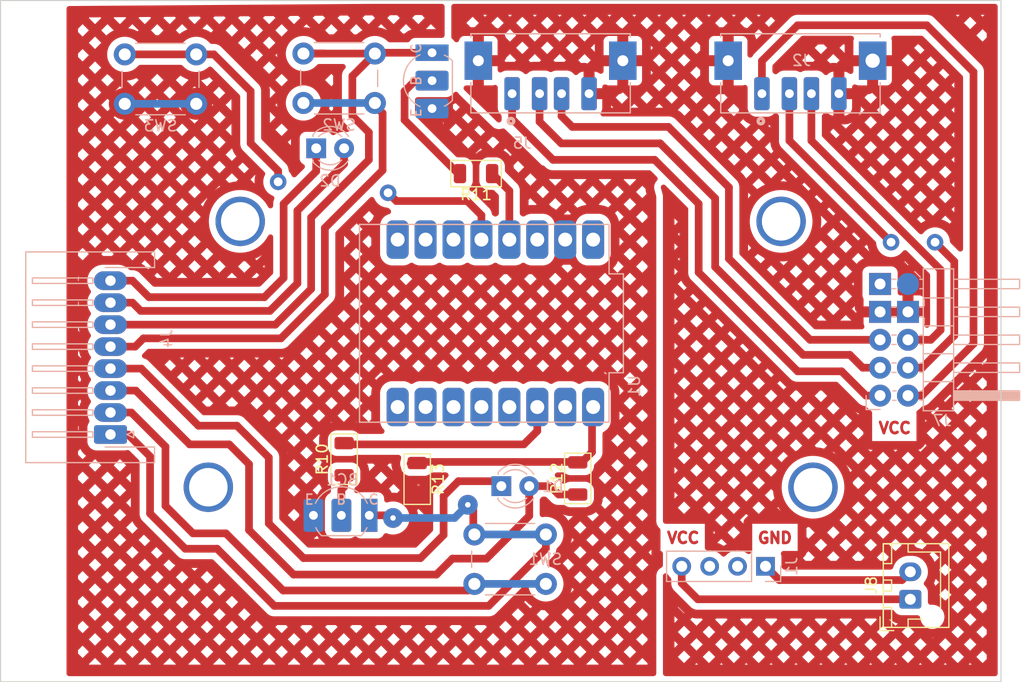
<source format=kicad_pcb>
(kicad_pcb (version 20241229) (generator "pcbnew") (generator_version "9.0")
  (layers (0 "F.Cu" signal) (2 "B.Cu" signal) (13 "F.Paste" user) (15 "B.Paste" user) (5 "F.SilkS" user "F.Silkscreen") (7 "B.SilkS" user "B.Silkscreen") (1 "F.Mask" user) (3 "B.Mask" user) (25 "Edge.Cuts" user))
  (net 0 "")
  (net 1 "GND")
  (net 2 "GND_ESP")
  (net 3 "FP_PW_B+")
  (net 4 "FP_RST_B+")
  (net 5 "VCC_2")
  (net 6 "FP_PW_L-")
  (net 7 "Net-(BC1-B)")
  (net 8 "FP_PW_L+")
  (net 9 "Net-(BC2-B)")
  (net 10 "FP_HDD_L-")
  (net 11 "FP_HDD_L+")
  (net 14 "PSU+")
  (net 15 "PSU-")
  (net 16 "DATA_1-")
  (net 17 "DATA_1+")
  (net 18 "VCC_1")
  (net 19 "FP_PW_B-")
  (net 20 "FP_RST_B-")
  (net 21 "DATA_2+")
  (net 22 "DATA_2-")
  (net 23 "GPIO7")
  (net 24 "GPIO4")
  (net 25 "GPIO5")
  (net 26 "GPIO3")
  (footprint "PCM_Resistor_SMD_AKL:R_1206_3216Metric" (layer "F.Cu") (at 140.9 102.5625 -90)
    (property "Reference" "R13" (at 0 -1.905 90) (layer "F.SilkS"))
    (property "Value" "R_10kOm" (hide yes))
    (fp_line (start -2.3 1.2) (end 2.3 1.2) (stroke (width 0.12)) (layer "F.SilkS"))
    (fp_line (start 2.3 1.2) (end 2.3 -1.2) (stroke (width 0.12)) (layer "F.SilkS"))
    (fp_line (start -2.3 -1.2) (end -2.3 1.2) (stroke (width 0.12)) (layer "F.SilkS"))
    (fp_line (start 2.3 -1.2) (end -2.3 -1.2) (stroke (width 0.12)) (layer "F.SilkS"))
    (pad "1" smd roundrect (at -1.4625 0 270) (size 1.125 1.75) (layers "F.Cu" "F.Mask" "F.Paste") (roundrect_rratio 0.222222) (net 25 "GPIO5"))
    (pad "2" smd roundrect (at 1.4625 0 270) (size 1.125 1.75) (layers "F.Cu" "F.Mask" "F.Paste") (roundrect_rratio 0.222222) (net 2 "GND_ESP"))
  )
  (footprint "Connector_JST:JST_XH_B2B-XH-AM_1x02_P2.50mm_Vertical" (layer "F.Cu") (at 185.75 113.5 90)
    (property "Reference" "J8" (at 1.25 -3.55 90) (layer "F.SilkS"))
    (property "Value" "Conn_01x02_Pin")
    (fp_line (start -1.6 -2.75) (end -2.85 -2.75) (stroke (width 0.12)) (layer "F.SilkS"))
    (fp_line (start -2.85 -2.75) (end -2.85 -1.5) (stroke (width 0.12)) (layer "F.SilkS"))
    (fp_line (start 5.06 -2.46) (end -2.56 -2.46) (stroke (width 0.12)) (layer "F.SilkS"))
    (fp_line (start -2.56 -2.46) (end -2.56 3.51) (stroke (width 0.12)) (layer "F.SilkS"))
    (fp_line (start 5.05 -2.45) (end 3.25 -2.45) (stroke (width 0.12)) (layer "F.SilkS"))
    (fp_line (start 3.25 -2.45) (end 3.25 -1.7) (stroke (width 0.12)) (layer "F.SilkS"))
    (fp_line (start 1.75 -2.45) (end 0.75 -2.45) (stroke (width 0.12)) (layer "F.SilkS"))
    (fp_line (start 0.75 -2.45) (end 0.75 -1.7) (stroke (width 0.12)) (layer "F.SilkS"))
    (fp_line (start -0.75 -2.45) (end -2.55 -2.45) (stroke (width 0.12)) (layer "F.SilkS"))
    (fp_line (start -2.55 -2.45) (end -2.55 -1.7) (stroke (width 0.12)) (layer "F.SilkS"))
    (fp_line (start 5.05 -1.7) (end 5.05 -2.45) (stroke (width 0.12)) (layer "F.SilkS"))
    (fp_line (start 3.25 -1.7) (end 5.05 -1.7) (stroke (width 0.12)) (layer "F.SilkS"))
    (fp_line (start 1.75 -1.7) (end 1.75 -2.45) (stroke (width 0.12)) (layer "F.SilkS"))
    (fp_line (start 0.75 -1.7) (end 1.75 -1.7) (stroke (width 0.12)) (layer "F.SilkS"))
    (fp_line (start -0.75 -1.7) (end -0.75 -2.45) (stroke (width 0.12)) (layer "F.SilkS"))
    (fp_line (start -2.55 -1.7) (end -0.75 -1.7) (stroke (width 0.12)) (layer "F.SilkS"))
    (fp_line (start 5.05 -0.2) (end 4.3 -0.2) (stroke (width 0.12)) (layer "F.SilkS"))
    (fp_line (start 4.3 -0.2) (end 4.3 2.75) (stroke (width 0.12)) (layer "F.SilkS"))
    (fp_line (start -1.8 -0.2) (end -1.8 1.14) (stroke (width 0.12)) (layer "F.SilkS"))
    (fp_line (start -2.55 -0.2) (end -1.8 -0.2) (stroke (width 0.12)) (layer "F.SilkS"))
    (fp_line (start 4.3 2.75) (end 1.25 2.75) (stroke (width 0.12)) (layer "F.SilkS"))
    (fp_line (start 1.25 2.75) (end -0.74 2.75) (stroke (width 0.12)) (layer "F.SilkS"))
    (fp_line (start 5.06 3.51) (end 5.06 -2.46) (stroke (width 0.12)) (layer "F.SilkS"))
    (fp_line (start -2.56 3.51) (end 5.06 3.51) (stroke (width 0.12)) (layer "F.SilkS"))
    (pad "" np_thru_hole circle (at -1.6 2 90) (size 1.2 1.2) (drill 1.2) (layers "*.Cu" "*.Mask"))
    (pad "1" thru_hole roundrect (at 0 0 90) (size 1.7 2) (drill 1) (layers "*.Cu" "*.Mask") (roundrect_rratio 0.147059) (net 14 "PSU+"))
    (pad "2" thru_hole oval (at 2.5 0 90) (size 1.7 2) (drill 1) (layers "*.Cu" "*.Mask") (net 15 "PSU-"))
  )
  (footprint "PCM_Resistor_SMD_AKL:R_1206_3216Metric" (layer "F.Cu") (at 155.5 102.5 90)
    (property "Reference" "R12" (at 0 -1.905 90) (layer "F.SilkS"))
    (property "Value" "R_10kOm" (hide yes))
    (fp_line (start 2.3 -1.2) (end -2.3 -1.2) (stroke (width 0.12)) (layer "F.SilkS"))
    (fp_line (start -2.3 -1.2) (end -2.3 1.2) (stroke (width 0.12)) (layer "F.SilkS"))
    (fp_line (start 2.3 1.2) (end 2.3 -1.2) (stroke (width 0.12)) (layer "F.SilkS"))
    (fp_line (start -2.3 1.2) (end 2.3 1.2) (stroke (width 0.12)) (layer "F.SilkS"))
    (pad "1" smd roundrect (at -1.4625 0 90) (size 1.125 1.75) (layers "F.Cu" "F.Mask" "F.Paste") (roundrect_rratio 0.222222) (net 8 "FP_PW_L+"))
    (pad "2" smd roundrect (at 1.4625 0 90) (size 1.125 1.75) (layers "F.Cu" "F.Mask" "F.Paste") (roundrect_rratio 0.222222) (net 25 "GPIO5"))
  )
  (footprint "PCM_Resistor_SMD_AKL:R_1206_3216Metric" (layer "F.Cu") (at 146.25 74.75 180)
    (property "Reference" "R11" (at 0 -1.905 0) (layer "F.SilkS"))
    (property "Value" "R_1kOm" (hide yes))
    (fp_line (start 2.3 1.2) (end 2.3 -1.2) (stroke (width 0.12)) (layer "F.SilkS"))
    (fp_line (start 2.3 -1.2) (end -2.3 -1.2) (stroke (width 0.12)) (layer "F.SilkS"))
    (fp_line (start -2.3 1.2) (end 2.3 1.2) (stroke (width 0.12)) (layer "F.SilkS"))
    (fp_line (start -2.3 -1.2) (end -2.3 1.2) (stroke (width 0.12)) (layer "F.SilkS"))
    (pad "1" smd roundrect (at -1.4625 0 180) (size 1.125 1.75) (layers "F.Cu" "F.Mask" "F.Paste") (roundrect_rratio 0.222222) (net 24 "GPIO4"))
    (pad "2" smd roundrect (at 1.4625 0 180) (size 1.125 1.75) (layers "F.Cu" "F.Mask" "F.Paste") (roundrect_rratio 0.222222) (net 9 "Net-(BC2-B)"))
  )
  (footprint "PCM_Resistor_SMD_AKL:R_1206_3216Metric" (layer "F.Cu") (at 134.25 100.75 -90)
    (property "Reference" "R10" (at 0 2 90) (layer "F.SilkS"))
    (property "Value" "R_1kOm" (hide yes))
    (fp_line (start -2.3 1.2) (end 2.3 1.2) (stroke (width 0.12)) (layer "F.SilkS"))
    (fp_line (start 2.3 1.2) (end 2.3 -1.2) (stroke (width 0.12)) (layer "F.SilkS"))
    (fp_line (start -2.3 -1.2) (end -2.3 1.2) (stroke (width 0.12)) (layer "F.SilkS"))
    (fp_line (start 2.3 -1.2) (end -2.3 -1.2) (stroke (width 0.12)) (layer "F.SilkS"))
    (pad "1" smd roundrect (at -1.4625 0 270) (size 1.125 1.75) (layers "F.Cu" "F.Mask" "F.Paste") (roundrect_rratio 0.222222) (net 23 "GPIO7"))
    (pad "2" smd roundrect (at 1.4625 0 270) (size 1.125 1.75) (layers "F.Cu" "F.Mask" "F.Paste") (roundrect_rratio 0.222222) (net 7 "Net-(BC1-B)"))
  )
  (footprint "ESP32-C3_SUPERMINI_TH:MODULE_ESP32-C3_SUPERMINI" (layer "B.Cu") (at 147 88.38 90)
    (property "Reference" "U1" (at -5.715 13.6525 90) (layer "B.SilkS") (effects (justify mirror)))
    (property "Value" "ESP32-C3_SUPERMINI_TH")
    (fp_line (start 9 -11.35) (end -9 -11.35) (stroke (width 0.127)) (layer "B.SilkS"))
    (fp_line (start 9 -11.35) (end 9 11.35) (stroke (width 0.127)) (layer "B.SilkS"))
    (fp_line (start -9 -11.35) (end -9 11.35) (stroke (width 0.127)) (layer "B.SilkS"))
    (fp_line (start 9 11.35) (end 4.5 11.35) (stroke (width 0.127)) (layer "B.SilkS"))
    (fp_line (start -4.5 11.35) (end -9 11.35) (stroke (width 0.127)) (layer "B.SilkS"))
    (fp_line (start 4.5 12.65) (end 4.5 11.35) (stroke (width 0.127)) (layer "B.SilkS"))
    (fp_line (start 4.5 12.65) (end -4.5 12.65) (stroke (width 0.127)) (layer "B.SilkS"))
    (fp_line (start -4.5 12.65) (end -4.5 11.35) (stroke (width 0.127)) (layer "B.SilkS"))
    (pad "0" thru_hole roundrect (at 7.62 -7.88 90) (size 3.5 2) (drill 1.27) (layers "*.Cu" "*.Mask") (roundrect_rratio 0.2624671916))
    (pad "1" thru_hole roundrect (at 7.62 -5.34 90) (size 3.5 2) (drill 1.27) (layers "*.Cu" "*.Mask") (roundrect_rratio 0.2624671916))
    (pad "2" thru_hole roundrect (at 7.62 -2.8 90) (size 3.5 2) (drill 1.27) (layers "*.Cu" "*.Mask") (roundrect_rratio 0.2624671916))
    (pad "3" thru_hole roundrect (at 7.62 -0.26 90) (size 3.5 2) (drill 1.27) (layers "*.Cu" "*.Mask") (roundrect_rratio 0.2624671916) (net 26 "GPIO3"))
    (pad "3.3" thru_hole roundrect (at 7.62 4.82 90) (size 3.5 2) (drill 1.27) (layers "*.Cu" "*.Mask") (roundrect_rratio 0.2624671916))
    (pad "4" thru_hole roundrect (at 7.62 2.28 90) (size 3.5 2) (drill 1.27) (layers "*.Cu" "*.Mask") (roundrect_rratio 0.2624671916) (net 24 "GPIO4"))
    (pad "5" thru_hole roundrect (at -7.62 9.9 90) (size 3.5 2) (drill 1.27) (layers "*.Cu" "*.Mask") (roundrect_rratio 0.2624671916) (net 25 "GPIO5"))
    (pad "5V" thru_hole roundrect (at 7.62 9.9 90) (size 3.5 2) (drill 1.27) (layers "*.Cu" "*.Mask") (roundrect_rratio 0.2624671916))
    (pad "6" thru_hole roundrect (at -7.62 7.36 90) (size 3.5 2) (drill 1.27) (layers "*.Cu" "*.Mask") (roundrect_rratio 0.2624671916))
    (pad "7" thru_hole roundrect (at -7.62 4.82 90) (size 3.5 2) (drill 1.27) (layers "*.Cu" "*.Mask") (roundrect_rratio 0.2624671916) (net 23 "GPIO7"))
    (pad "8" thru_hole roundrect (at -7.62 2.28 90) (size 3.5 2) (drill 1.27) (layers "*.Cu" "*.Mask") (roundrect_rratio 0.2624671916))
    (pad "9" thru_hole roundrect (at -7.62 -0.26 90) (size 3.5 2) (drill 1.27) (layers "*.Cu" "*.Mask") (roundrect_rratio 0.2624671916))
    (pad "10" thru_hole roundrect (at -7.62 -2.8 90) (size 3.5 2) (drill 1.27) (layers "*.Cu" "*.Mask") (roundrect_rratio 0.2624671916))
    (pad "20" thru_hole roundrect (at -7.62 -5.34 90) (size 3.5 2) (drill 1.27) (layers "*.Cu" "*.Mask") (roundrect_rratio 0.2624671916))
    (pad "21" thru_hole roundrect (at -7.62 -7.88 90) (size 3.5 2) (drill 1.27) (layers "*.Cu" "*.Mask") (roundrect_rratio 0.2624671916))
    (pad "G" thru_hole roundrect (at 7.62 7.36 90) (size 3.5 2) (drill 1.27) (layers "*.Cu" "*.Mask") (roundrect_rratio 0.2624671916) (net 2 "GND_ESP"))
  )
  (footprint "Connector_PinHeader_2.54mm:PinHeader_2x05_P2.54mm_Horizontal" (layer "B.Cu") (at 183 94.96)
    (property "Reference" "J7" (at 5.655 2.27 0) (layer "B.SilkS") (effects (justify mirror)))
    (property "Value" "PINHD_2x5_Male")
    (fp_line (start -1.27 0) (end -1.27 1.27) (stroke (width 0.12)) (layer "B.SilkS"))
    (fp_line (start -1.27 1.27) (end 0 1.27) (stroke (width 0.12)) (layer "B.SilkS"))
    (fp_line (start 1.077358 -10.59) (end 1.462642 -10.59) (stroke (width 0.12)) (layer "B.SilkS"))
    (fp_line (start 1.077358 -9.73) (end 1.462642 -9.73) (stroke (width 0.12)) (layer "B.SilkS"))
    (fp_line (start 1.077358 -8.05) (end 1.462642 -8.05) (stroke (width 0.12)) (layer "B.SilkS"))
    (fp_line (start 1.077358 -7.19) (end 1.462642 -7.19) (stroke (width 0.12)) (layer "B.SilkS"))
    (fp_line (start 1.077358 -5.51) (end 1.462642 -5.51) (stroke (width 0.12)) (layer "B.SilkS"))
    (fp_line (start 1.077358 -4.65) (end 1.462642 -4.65) (stroke (width 0.12)) (layer "B.SilkS"))
    (fp_line (start 1.077358 -2.97) (end 1.462642 -2.97) (stroke (width 0.12)) (layer "B.SilkS"))
    (fp_line (start 1.077358 -2.11) (end 1.462642 -2.11) (stroke (width 0.12)) (layer "B.SilkS"))
    (fp_line (start 1.16 -0.43) (end 1.462642 -0.43) (stroke (width 0.12)) (layer "B.SilkS"))
    (fp_line (start 1.16 0.43) (end 1.462642 0.43) (stroke (width 0.12)) (layer "B.SilkS"))
    (fp_line (start 3.617358 -10.59) (end 3.93 -10.59) (stroke (width 0.12)) (layer "B.SilkS"))
    (fp_line (start 3.617358 -9.73) (end 3.93 -9.73) (stroke (width 0.12)) (layer "B.SilkS"))
    (fp_line (start 3.617358 -8.05) (end 3.93 -8.05) (stroke (width 0.12)) (layer "B.SilkS"))
    (fp_line (start 3.617358 -7.19) (end 3.93 -7.19) (stroke (width 0.12)) (layer "B.SilkS"))
    (fp_line (start 3.617358 -5.51) (end 3.93 -5.51) (stroke (width 0.12)) (layer "B.SilkS"))
    (fp_line (start 3.617358 -4.65) (end 3.93 -4.65) (stroke (width 0.12)) (layer "B.SilkS"))
    (fp_line (start 3.617358 -2.97) (end 3.93 -2.97) (stroke (width 0.12)) (layer "B.SilkS"))
    (fp_line (start 3.617358 -2.11) (end 3.93 -2.11) (stroke (width 0.12)) (layer "B.SilkS"))
    (fp_line (start 3.617358 -0.43) (end 3.93 -0.43) (stroke (width 0.12)) (layer "B.SilkS"))
    (fp_line (start 3.617358 0.43) (end 3.93 0.43) (stroke (width 0.12)) (layer "B.SilkS"))
    (fp_line (start 3.93 -11.54) (end 6.69 -11.54) (stroke (width 0.12)) (layer "B.SilkS"))
    (fp_line (start 3.93 -8.89) (end 6.69 -8.89) (stroke (width 0.12)) (layer "B.SilkS"))
    (fp_line (start 3.93 -6.35) (end 6.69 -6.35) (stroke (width 0.12)) (layer "B.SilkS"))
    (fp_line (start 3.93 -3.81) (end 6.69 -3.81) (stroke (width 0.12)) (layer "B.SilkS"))
    (fp_line (start 3.93 -1.27) (end 6.69 -1.27) (stroke (width 0.12)) (layer "B.SilkS"))
    (fp_line (start 3.93 1.38) (end 3.93 -11.54) (stroke (width 0.12)) (layer "B.SilkS"))
    (fp_line (start 6.69 -11.54) (end 6.69 1.38) (stroke (width 0.12)) (layer "B.SilkS"))
    (fp_line (start 6.69 -9.73) (end 12.69 -9.73) (stroke (width 0.12)) (layer "B.SilkS"))
    (fp_line (start 6.69 -7.19) (end 12.69 -7.19) (stroke (width 0.12)) (layer "B.SilkS"))
    (fp_line (start 6.69 -4.65) (end 12.69 -4.65) (stroke (width 0.12)) (layer "B.SilkS"))
    (fp_line (start 6.69 -2.11) (end 12.69 -2.11) (stroke (width 0.12)) (layer "B.SilkS"))
    (fp_line (start 6.69 1.38) (end 3.93 1.38) (stroke (width 0.12)) (layer "B.SilkS"))
    (fp_line (start 12.69 -10.59) (end 6.69 -10.59) (stroke (width 0.12)) (layer "B.SilkS"))
    (fp_line (start 12.69 -9.73) (end 12.69 -10.59) (stroke (width 0.12)) (layer "B.SilkS"))
    (fp_line (start 12.69 -8.05) (end 6.69 -8.05) (stroke (width 0.12)) (layer "B.SilkS"))
    (fp_line (start 12.69 -7.19) (end 12.69 -8.05) (stroke (width 0.12)) (layer "B.SilkS"))
    (fp_line (start 12.69 -5.51) (end 6.69 -5.51) (stroke (width 0.12)) (layer "B.SilkS"))
    (fp_line (start 12.69 -4.65) (end 12.69 -5.51) (stroke (width 0.12)) (layer "B.SilkS"))
    (fp_line (start 12.69 -2.97) (end 6.69 -2.97) (stroke (width 0.12)) (layer "B.SilkS"))
    (fp_line (start 12.69 -2.11) (end 12.69 -2.97) (stroke (width 0.12)) (layer "B.SilkS"))
    (fp_rect (start 6.69 0.43) (end 12.69 -0.43) (stroke (width 0.12)) (fill yes) (layer "B.SilkS"))
    (pad "1" thru_hole circle (at 0 0) (size 2 2) (drill 1) (layers "*.Cu" "*.Mask") (net 5 "VCC_2"))
    (pad "2" thru_hole circle (at 2.54 0) (size 2 2) (drill 1) (layers "*.Cu" "*.Mask") (net 18 "VCC_1"))
    (pad "3" thru_hole circle (at 0 -2.54) (size 2 2) (drill 1) (layers "*.Cu" "*.Mask") (net 22 "DATA_2-"))
    (pad "4" thru_hole circle (at 2.54 -2.54) (size 2 2) (drill 1) (layers "*.Cu" "*.Mask") (net 16 "DATA_1-"))
    (pad "5" thru_hole circle (at 0 -5.08) (size 2 2) (drill 1) (layers "*.Cu" "*.Mask") (net 21 "DATA_2+"))
    (pad "6" thru_hole circle (at 2.54 -5.08) (size 2 2) (drill 1) (layers "*.Cu" "*.Mask") (net 17 "DATA_1+"))
    (pad "7" thru_hole rect (at 0 -7.62) (size 2 2) (drill 1) (layers "*.Cu" "*.Mask") (net 1 "GND"))
    (pad "8" thru_hole rect (at 2.54 -7.62) (size 2 2) (drill 1) (layers "*.Cu" "*.Mask") (net 1 "GND"))
    (pad "9" thru_hole rect (at 0 -10.16) (size 2 2) (drill 1) (layers "*.Cu" "*.Mask"))
    (pad "10" connect circle (at 2.54 -10.16) (size 2 2) (layers "B.Cu" "B.Mask"))
  )
  (footprint "PCM_Package_TO_SOT_THT_AKL:TO-92_Inline_Wide_CBE" (layer "B.Cu") (at 142.25 63.75 -90)
    (property "Reference" "BC2" (hide yes))
    (property "Value" "Q2" (hide yes))
    (fp_line (start 0.74 -1.85) (end 4.34 -1.85) (stroke (width 0.12)) (layer "B.SilkS"))
    (fp_arc (start 2.54 2.6) (mid 1.143021 2.192818) (end 0.1836 1.098807) (stroke (width 0.12)) (layer "B.SilkS"))
    (fp_arc (start 4.8964 1.098807) (mid 3.936979 2.192817) (end 2.54 2.6) (stroke (width 0.12)) (layer "B.SilkS"))
    (fp_arc (start 0.215816 -1.122795) (mid 0.446097 -1.509328) (end 0.74 -1.85) (stroke (width 0.12)) (layer "B.SilkS"))
    (fp_arc (start 4.34 -1.85) (mid 4.633903 -1.509328) (end 4.864184 -1.122795) (stroke (width 0.12)) (layer "B.SilkS"))
    (fp_text user "C" (at -0.381 1.524 270) (layer "B.SilkS") (effects (font (size 0.9 0.9)) (justify mirror)))
    (fp_text user "E" (at 5.461 1.524 270) (layer "B.SilkS") (effects (font (size 0.9 0.9)) (justify mirror)))
    (fp_text user "B" (at 2.54 1.524 270) (layer "B.SilkS") (effects (font (size 0.9 0.9)) (justify mirror)))
    (pad "1" thru_hole rect (at 0 0 180) (size 3 1.5) (drill 0.8) (layers "*.Cu" "*.Mask") (net 20 "FP_RST_B-"))
    (pad "2" thru_hole roundrect (at 2.54 0 180) (size 3 1.8) (drill 0.8) (layers "*.Cu" "*.Mask") (roundrect_rratio 0.1388888889) (net 9 "Net-(BC2-B)"))
    (pad "3" thru_hole roundrect (at 5.08 0 180) (size 3 1.8) (drill 0.8) (layers "*.Cu" "*.Mask") (roundrect_rratio 0.1388888889) (net 2 "GND_ESP"))
  )
  (footprint "LED_THT:LED_D3.0mm" (layer "B.Cu") (at 148.55 103.2)
    (property "Reference" "D1" (at 4.7 0.025 0) (layer "B.SilkS") (effects (justify mirror)))
    (property "Value" "LED_3mm")
    (fp_line (start -0.29 -1.08) (end -0.29 -1.236) (stroke (width 0.12)) (layer "B.SilkS"))
    (fp_line (start -0.29 1.236) (end -0.29 1.08) (stroke (width 0.12)) (layer "B.SilkS"))
    (fp_arc (start -0.29 -1.235516) (mid 1.365624 -1.987701) (end 2.941397 -1.080061) (stroke (width 0.12)) (layer "B.SilkS"))
    (fp_arc (start 0.229039 -1.08) (mid 1.269965 -1.5) (end 2.31091 -1.080049) (stroke (width 0.12)) (layer "B.SilkS"))
    (fp_arc (start 2.31091 1.080049) (mid 1.269965 1.5) (end 0.229039 1.08) (stroke (width 0.12)) (layer "B.SilkS"))
    (fp_arc (start 2.941397 1.080061) (mid 1.365624 1.987701) (end -0.29 1.235516) (stroke (width 0.12)) (layer "B.SilkS"))
    (pad "1" thru_hole rect (at 0 0) (size 1.8 1.8) (drill 0.9) (layers "*.Cu" "*.Mask") (net 6 "FP_PW_L-"))
    (pad "2" thru_hole circle (at 2.54 0) (size 1.8 1.8) (drill 0.9) (layers "*.Cu" "*.Mask") (net 8 "FP_PW_L+"))
  )
  (footprint "LED_THT:LED_D3.0mm" (layer "B.Cu") (at 131.71 72.45)
    (property "Reference" "D2" (at 1.27 2.96 0) (layer "B.SilkS") (effects (justify mirror)))
    (property "Value" "LED_3mm")
    (fp_line (start -0.29 -1.08) (end -0.29 -1.236) (stroke (width 0.12)) (layer "B.SilkS"))
    (fp_line (start -0.29 1.236) (end -0.29 1.08) (stroke (width 0.12)) (layer "B.SilkS"))
    (fp_arc (start -0.29 -1.235516) (mid 1.365624 -1.987701) (end 2.941397 -1.080061) (stroke (width 0.12)) (layer "B.SilkS"))
    (fp_arc (start 0.229039 -1.08) (mid 1.269965 -1.5) (end 2.31091 -1.080049) (stroke (width 0.12)) (layer "B.SilkS"))
    (fp_arc (start 2.31091 1.080049) (mid 1.269965 1.5) (end 0.229039 1.08) (stroke (width 0.12)) (layer "B.SilkS"))
    (fp_arc (start 2.941397 1.080061) (mid 1.365624 1.987701) (end -0.29 1.235516) (stroke (width 0.12)) (layer "B.SilkS"))
    (pad "1" thru_hole rect (at 0 0) (size 1.8 1.8) (drill 0.9) (layers "*.Cu" "*.Mask") (net 10 "FP_HDD_L-"))
    (pad "2" thru_hole circle (at 2.54 0) (size 1.8 1.8) (drill 0.9) (layers "*.Cu" "*.Mask") (net 11 "FP_HDD_L+"))
  )
  (footprint "Connector_JST:Connector_MB_FP" (layer "B.Cu") (at 111.4 98.5 90)
    (property "Reference" "J4" (at 8.75 6.7 90) (layer "B.SilkS") (effects (justify mirror)))
    (property "Value" "Conn_01x08_Pin")
    (fp_line (start 16.62 -6.11) (end 16.62 5.61) (stroke (width 0.12)) (layer "B.SilkS"))
    (fp_line (start 8.75 -6.11) (end 16.6 -6.11) (stroke (width 0.12)) (layer "B.SilkS"))
    (fp_line (start 8.75 -6.11) (end -2.56 -6.11) (stroke (width 0.12)) (layer "B.SilkS"))
    (fp_line (start -2.56 -6.11) (end -2.56 5.61) (stroke (width 0.12)) (layer "B.SilkS"))
    (fp_line (start 14.25 -5.5) (end 14.25 0) (stroke (width 0.12)) (layer "B.SilkS"))
    (fp_line (start 13.75 -5.5) (end 14.25 -5.5) (stroke (width 0.12)) (layer "B.SilkS"))
    (fp_line (start 12.25 -5.5) (end 12.25 0) (stroke (width 0.12)) (layer "B.SilkS"))
    (fp_line (start 11.75 -5.5) (end 12.25 -5.5) (stroke (width 0.12)) (layer "B.SilkS"))
    (fp_line (start 10.25 -5.5) (end 10.25 0) (stroke (width 0.12)) (layer "B.SilkS"))
    (fp_line (start 9.75 -5.5) (end 10.25 -5.5) (stroke (width 0.12)) (layer "B.SilkS"))
    (fp_line (start 8.25 -5.5) (end 8.25 0) (stroke (width 0.12)) (layer "B.SilkS"))
    (fp_line (start 7.75 -5.5) (end 8.25 -5.5) (stroke (width 0.12)) (layer "B.SilkS"))
    (fp_line (start 6.25 -5.5) (end 6.25 0) (stroke (width 0.12)) (layer "B.SilkS"))
    (fp_line (start 5.75 -5.5) (end 6.25 -5.5) (stroke (width 0.12)) (layer "B.SilkS"))
    (fp_line (start 4.25 -5.5) (end 4.25 0) (stroke (width 0.12)) (layer "B.SilkS"))
    (fp_line (start 3.75 -5.5) (end 4.25 -5.5) (stroke (width 0.12)) (layer "B.SilkS"))
    (fp_line (start 2.25 -5.5) (end 2.25 0) (stroke (width 0.12)) (layer "B.SilkS"))
    (fp_line (start 1.75 -5.5) (end 2.25 -5.5) (stroke (width 0.12)) (layer "B.SilkS"))
    (fp_line (start 0.25 -5.5) (end 0.25 0) (stroke (width 0.12)) (layer "B.SilkS"))
    (fp_line (start -0.25 -5.5) (end 0.25 -5.5) (stroke (width 0.12)) (layer "B.SilkS"))
    (fp_line (start 14.25 0) (end 13.75 0) (stroke (width 0.12)) (layer "B.SilkS"))
    (fp_line (start 13.75 0) (end 13.75 -5.5) (stroke (width 0.12)) (layer "B.SilkS"))
    (fp_line (start 12.25 0) (end 11.75 0) (stroke (width 0.12)) (layer "B.SilkS"))
    (fp_line (start 11.75 0) (end 11.75 -5.5) (stroke (width 0.12)) (layer "B.SilkS"))
    (fp_line (start 10.25 0) (end 9.75 0) (stroke (width 0.12)) (layer "B.SilkS"))
    (fp_line (start 9.75 0) (end 9.75 -5.5) (stroke (width 0.12)) (layer "B.SilkS"))
    (fp_line (start 8.25 0) (end 7.75 0) (stroke (width 0.12)) (layer "B.SilkS"))
    (fp_line (start 7.75 0) (end 7.75 -5.5) (stroke (width 0.12)) (layer "B.SilkS"))
    (fp_line (start 6.25 0) (end 5.75 0) (stroke (width 0.12)) (layer "B.SilkS"))
    (fp_line (start 5.75 0) (end 5.75 -5.5) (stroke (width 0.12)) (layer "B.SilkS"))
    (fp_line (start 4.25 0) (end 3.75 0) (stroke (width 0.12)) (layer "B.SilkS"))
    (fp_line (start 3.75 0) (end 3.75 -5.5) (stroke (width 0.12)) (layer "B.SilkS"))
    (fp_line (start 2.25 0) (end 1.75 0) (stroke (width 0.12)) (layer "B.SilkS"))
    (fp_line (start 1.75 0) (end 1.75 -5.5) (stroke (width 0.12)) (layer "B.SilkS"))
    (fp_line (start 0.25 0) (end -0.25 0) (stroke (width 0.12)) (layer "B.SilkS"))
    (fp_line (start -0.25 0) (end -0.25 -5.5) (stroke (width 0.12)) (layer "B.SilkS"))
    (fp_line (start 0 3.1) (end -0.3 3.7) (stroke (width 0.12)) (layer "B.SilkS"))
    (fp_line (start 0.3 3.7) (end 0 3.1) (stroke (width 0.12)) (layer "B.SilkS"))
    (fp_line (start -0.3 3.7) (end 0.3 3.7) (stroke (width 0.12)) (layer "B.SilkS"))
    (fp_line (start 16.62 5.61) (end 15.2 5.61) (stroke (width 0.12)) (layer "B.SilkS"))
    (fp_line (start 15.2 5.61) (end 15.2 1.11) (stroke (width 0.12)) (layer "B.SilkS"))
    (fp_line (start -1.14 5.61) (end -1.14 1.11) (stroke (width 0.12)) (layer "B.SilkS"))
    (fp_line (start -2.56 5.61) (end -1.14 5.61) (stroke (width 0.12)) (layer "B.SilkS"))
    (pad "1" thru_hole roundrect (at 0 1.6 90) (size 1.7 3) (drill 0.95) (layers "*.Cu" "*.Mask") (roundrect_rratio 0.147059) (net 3 "FP_PW_B+"))
    (pad "2" thru_hole oval (at 2 1.6 90) (size 1.7 3) (drill 0.95) (layers "*.Cu" "*.Mask") (net 19 "FP_PW_B-"))
    (pad "3" thru_hole oval (at 4 1.6 90) (size 1.7 3) (drill 0.95) (layers "*.Cu" "*.Mask") (net 8 "FP_PW_L+"))
    (pad "4" thru_hole oval (at 6 1.6 90) (size 1.7 3) (drill 0.95) (layers "*.Cu" "*.Mask") (net 6 "FP_PW_L-"))
    (pad "5" thru_hole oval (at 8 1.6 90) (size 1.7 3) (drill 0.95) (layers "*.Cu" "*.Mask") (net 4 "FP_RST_B+"))
    (pad "6" thru_hole oval (at 10 1.6 90) (size 1.7 3) (drill 0.95) (layers "*.Cu" "*.Mask") (net 20 "FP_RST_B-"))
    (pad "7" thru_hole oval (at 12 1.6 90) (size 1.7 3) (drill 0.95) (layers "*.Cu" "*.Mask") (net 11 "FP_HDD_L+"))
    (pad "8" thru_hole oval (at 14 1.6 90) (size 1.7 3) (drill 0.95) (layers "*.Cu" "*.Mask") (net 10 "FP_HDD_L-"))
  )
  (footprint "Button_Switch_THT:SW_PUSH_6mm" (layer "B.Cu") (at 130.55 68.325)
    (property "Reference" "SW2" (at 3.25 2 0) (layer "B.SilkS") (effects (justify mirror)))
    (property "Value" "Push_Button")
    (fp_line (start -0.25 -1.5) (end -0.25 -3) (stroke (width 0.12)) (layer "B.SilkS"))
    (fp_line (start 1 -5.5) (end 5.5 -5.5) (stroke (width 0.12)) (layer "B.SilkS"))
    (fp_line (start 5.5 1) (end 1 1) (stroke (width 0.12)) (layer "B.SilkS"))
    (fp_line (start 6.75 -3) (end 6.75 -1.5) (stroke (width 0.12)) (layer "B.SilkS"))
    (pad "1" thru_hole circle (at 0 0 270) (size 2 2) (drill 1.1) (layers "*.Cu" "*.Mask") (net 4 "FP_RST_B+"))
    (pad "1" thru_hole circle (at 6.5 0 90) (size 2 2) (drill 1.1) (layers "*.Cu" "*.Mask") (net 4 "FP_RST_B+"))
    (pad "2" thru_hole circle (at 0 -4.5 270) (size 2 2) (drill 1.1) (layers "*.Cu" "*.Mask") (net 20 "FP_RST_B-"))
    (pad "2" thru_hole circle (at 6.5 -4.5 270) (size 2 2) (drill 1.1) (layers "*.Cu" "*.Mask") (net 20 "FP_RST_B-"))
  )
  (footprint "USB-A1VSB6:ONSHORE_USB-A1VSB6" (layer "B.Cu") (at 153.03 64.475)
    (property "Reference" "J5" (at -2.58 7.5 0) (layer "B.SilkS") (effects (justify mirror)))
    (property "Value" "USB_2")
    (fp_line (start -7.25 -2.45) (end -7.25 -2.15) (stroke (width 0.127)) (layer "B.SilkS"))
    (fp_line (start -7.25 2) (end -7.25 4.75) (stroke (width 0.127)) (layer "B.SilkS"))
    (fp_line (start -7.25 4.75) (end 7.25 4.75) (stroke (width 0.127)) (layer "B.SilkS"))
    (fp_line (start 7.25 -2.45) (end -7.25 -2.45) (stroke (width 0.127)) (layer "B.SilkS"))
    (fp_line (start 7.25 -2.15) (end 7.25 -2.45) (stroke (width 0.127)) (layer "B.SilkS"))
    (fp_line (start 7.25 4.75) (end 7.25 2) (stroke (width 0.127)) (layer "B.SilkS"))
    (fp_circle (center -3.6 5.5) (end -3.5 5.5) (stroke (width 0.3)) (fill no) (layer "B.SilkS"))
    (pad "1" thru_hole roundrect (at -3.5 3) (size 1.4 3) (drill 0.8) (layers "*.Cu" "*.Mask") (roundrect_rratio 0.15625) (net 5 "VCC_2"))
    (pad "2" thru_hole roundrect (at -1 3) (size 1.4 3) (drill 0.8) (layers "*.Cu" "*.Mask") (roundrect_rratio 0.15625) (net 22 "DATA_2-"))
    (pad "3" thru_hole roundrect (at 1 3) (size 1.4 3) (drill 0.8) (layers "*.Cu" "*.Mask") (roundrect_rratio 0.1785714286) (net 21 "DATA_2+"))
    (pad "4" thru_hole roundrect (at 3.5 3) (size 1.4 3) (drill 0.8) (layers "*.Cu" "*.Mask") (roundrect_rratio 0.15625) (net 1 "GND"))
    (pad "S1" thru_hole rect (at -6.57 0) (size 2.5 3.5) (drill 1) (layers "*.Cu" "*.Mask") (net 1 "GND"))
    (pad "S2" thru_hole rect (at 6.57 0) (size 2.5 3.5) (drill 1) (layers "*.Cu" "*.Mask") (net 1 "GND"))
  )
  (footprint "USB-A1VSB6:ONSHORE_USB-A1VSB6" (layer "B.Cu") (at 175.755 64.475)
    (property "Reference" "J2" (at 0.095 -0.025 0) (layer "B.SilkS") (effects (justify mirror)))
    (property "Value" "USB_1")
    (fp_line (start -7.25 -2.45) (end -7.25 -2.15) (stroke (width 0.127)) (layer "B.SilkS"))
    (fp_line (start -7.25 2) (end -7.25 4.75) (stroke (width 0.127)) (layer "B.SilkS"))
    (fp_line (start -7.25 4.75) (end 7.25 4.75) (stroke (width 0.127)) (layer "B.SilkS"))
    (fp_line (start 7.25 -2.45) (end -7.25 -2.45) (stroke (width 0.127)) (layer "B.SilkS"))
    (fp_line (start 7.25 -2.15) (end 7.25 -2.45) (stroke (width 0.127)) (layer "B.SilkS"))
    (fp_line (start 7.25 4.75) (end 7.25 2) (stroke (width 0.127)) (layer "B.SilkS"))
    (fp_circle (center -3.6 5.5) (end -3.5 5.5) (stroke (width 0.3)) (fill no) (layer "B.SilkS"))
    (pad "1" thru_hole roundrect (at -3.5 3) (size 1.4 3) (drill 0.8) (layers "*.Cu" "*.Mask") (roundrect_rratio 0.175070028) (net 18 "VCC_1"))
    (pad "2" thru_hole roundrect (at -1 3) (size 1.4 3) (drill 0.8) (layers "*.Cu" "*.Mask") (roundrect_rratio 0.175070028) (net 16 "DATA_1-"))
    (pad "3" thru_hole roundrect (at 1 3) (size 1.4 3) (drill 0.8) (layers "*.Cu" "*.Mask") (roundrect_rratio 0.1666666667) (net 17 "DATA_1+"))
    (pad "4" thru_hole roundrect (at 3.5 3) (size 1.4 3) (drill 0.8) (layers "*.Cu" "*.Mask") (roundrect_rratio 0.175070028) (net 1 "GND"))
    (pad "S1" thru_hole rect (at -6.57 0) (size 2.5 3.5) (drill 1) (layers "*.Cu" "*.Mask") (net 1 "GND"))
    (pad "S2" thru_hole rect (at 6.57 0) (size 2.5 3.5) (drill 1.3) (layers "*.Cu" "*.Mask") (net 1 "GND"))
  )
  (footprint "Button_Switch_THT:SW_PUSH_6mm" (layer "B.Cu") (at 152.6 107.6 180)
    (property "Reference" "SW1" (at 0.05 -2.25 0) (layer "B.SilkS") (effects (justify mirror)))
    (property "Value" "Push_Button")
    (fp_line (start 6.75 -3) (end 6.75 -1.5) (stroke (width 0.12)) (layer "B.SilkS"))
    (fp_line (start 5.5 1) (end 1 1) (stroke (width 0.12)) (layer "B.SilkS"))
    (fp_line (start 1 -5.5) (end 5.5 -5.5) (stroke (width 0.12)) (layer "B.SilkS"))
    (fp_line (start -0.25 -1.5) (end -0.25 -3) (stroke (width 0.12)) (layer "B.SilkS"))
    (pad "1" thru_hole circle (at 0 0 90) (size 2 2) (drill 1.1) (layers "*.Cu" "*.Mask") (net 3 "FP_PW_B+"))
    (pad "1" thru_hole circle (at 6.5 0 90) (size 2 2) (drill 1.1) (layers "*.Cu" "*.Mask") (net 3 "FP_PW_B+"))
    (pad "2" thru_hole circle (at 0 -4.5 90) (size 2 2) (drill 1.1) (layers "*.Cu" "*.Mask") (net 19 "FP_PW_B-"))
    (pad "2" thru_hole circle (at 6.5 -4.5 90) (size 2 2) (drill 1.1) (layers "*.Cu" "*.Mask") (net 19 "FP_PW_B-"))
  )
  (footprint "PCM_Package_TO_SOT_THT_AKL:TO-92_Inline_Wide_CBE" (layer "B.Cu") (at 136.54 105.86 180)
    (property "Reference" "BC1" (at 2.44 3.235 0) (layer "B.SilkS") (effects (justify mirror)))
    (property "Value" "Q1" (hide yes))
    (fp_line (start 0.74 -1.85) (end 4.34 -1.85) (stroke (width 0.12)) (layer "B.SilkS"))
    (fp_arc (start 4.8964 1.098807) (mid 3.936979 2.192817) (end 2.54 2.6) (stroke (width 0.12)) (layer "B.SilkS"))
    (fp_arc (start 4.34 -1.85) (mid 4.633903 -1.509328) (end 4.864184 -1.122795) (stroke (width 0.12)) (layer "B.SilkS"))
    (fp_arc (start 2.54 2.6) (mid 1.143021 2.192818) (end 0.1836 1.098807) (stroke (width 0.12)) (layer "B.SilkS"))
    (fp_arc (start 0.215816 -1.122795) (mid 0.446097 -1.509328) (end 0.74 -1.85) (stroke (width 0.12)) (layer "B.SilkS"))
    (fp_text user "E" (at 5.461 1.524 180) (layer "B.SilkS") (effects (font (size 0.9 0.9)) (justify mirror)))
    (fp_text user "C" (at -0.381 1.524 180) (layer "B.SilkS") (effects (font (size 0.9 0.9)) (justify mirror)))
    (fp_text user "B" (at 2.54 1.524 180) (layer "B.SilkS") (effects (font (size 0.9 0.9)) (justify mirror)))
    (pad "1" thru_hole rect (at 0 0 90) (size 3 1.5) (drill 0.8) (layers "*.Cu" "*.Mask") (net 3 "FP_PW_B+"))
    (pad "2" thru_hole roundrect (at 2.54 0 90) (size 3 1.8) (drill 0.8) (layers "*.Cu" "*.Mask") (roundrect_rratio 0.1388888889) (net 7 "Net-(BC1-B)"))
    (pad "3" thru_hole roundrect (at 5.08 0 90) (size 3 1.8) (drill 0.8) (layers "*.Cu" "*.Mask") (roundrect_rratio 0.1388888889) (net 2 "GND_ESP"))
  )
  (footprint "Connector_PinHeader_2.54mm:PinHeader_1x04_P2.54mm_Vertical" (layer "B.Cu") (at 172.58 110.5 90)
    (property "Reference" "J1" (at 0 2.38 90) (layer "B.SilkS") (effects (justify mirror)))
    (property "Value" "Conn_01x04_Pin")
    (fp_line (start -1.38 -9) (end 1.38 -9) (stroke (width 0.12)) (layer "B.SilkS"))
    (fp_line (start 1.38 -1.27) (end 1.38 -9) (stroke (width 0.12)) (layer "B.SilkS"))
    (fp_line (start -1.38 -1.27) (end -1.38 -9) (stroke (width 0.12)) (layer "B.SilkS"))
    (fp_line (start -1.38 -1.27) (end 1.38 -1.27) (stroke (width 0.12)) (layer "B.SilkS"))
    (fp_line (start -1.38 0) (end -1.38 1.38) (stroke (width 0.12)) (layer "B.SilkS"))
    (fp_line (start -1.38 1.38) (end 0 1.38) (stroke (width 0.12)) (layer "B.SilkS"))
    (pad "1" thru_hole rect (at 0 0 90) (size 1.7 1.7) (drill 1) (layers "*.Cu" "*.Mask") (net 15 "PSU-"))
    (pad "2" thru_hole circle (at 0 -2.54 90) (size 1.7 1.7) (drill 1) (layers "*.Cu" "*.Mask"))
    (pad "3" thru_hole circle (at 0 -5.08 90) (size 1.7 1.7) (drill 1) (layers "*.Cu" "*.Mask"))
    (pad "4" thru_hole circle (at 0 -7.62 90) (size 1.7 1.7) (drill 1) (layers "*.Cu" "*.Mask") (net 14 "PSU+"))
  )
  (footprint "Button_Switch_THT:SW_PUSH_6mm" (layer "B.Cu") (at 114.3 68.4)
    (property "Reference" "SW3" (at 3.25 2 0) (layer "B.SilkS") (effects (justify mirror)))
    (property "Value" "Push_Button")
    (fp_line (start -0.25 -1.5) (end -0.25 -3) (stroke (width 0.12)) (layer "B.SilkS"))
    (fp_line (start 1 -5.5) (end 5.5 -5.5) (stroke (width 0.12)) (layer "B.SilkS"))
    (fp_line (start 5.5 1) (end 1 1) (stroke (width 0.12)) (layer "B.SilkS"))
    (fp_line (start 6.75 -3) (end 6.75 -1.5) (stroke (width 0.12)) (layer "B.SilkS"))
    (pad "1" thru_hole circle (at 0 0 270) (size 2 2) (drill 1.1) (layers "*.Cu" "*.Mask") (net 2 "GND_ESP"))
    (pad "1" thru_hole circle (at 6.5 0 270) (size 2 2) (drill 1.1) (layers "*.Cu" "*.Mask") (net 2 "GND_ESP"))
    (pad "2" thru_hole circle (at 0 -4.5 270) (size 2 2) (drill 1.1) (layers "*.Cu" "*.Mask") (net 26 "GPIO3"))
    (pad "2" thru_hole circle (at 6.5 -4.5 270) (size 2 2) (drill 1.1) (layers "*.Cu" "*.Mask") (net 26 "GPIO3"))
  )
  (gr_rect (start 103 59) (end 194 121) (stroke (width 0.1)) (fill no) (layer "Edge.Cuts"))
  (gr_text "GND" (at 171.75 108.5 0) (layer "F.Cu") (effects (font (size 1 1) (thickness 0.25) (bold yes)) (justify left bottom)))
  (gr_text "VCC" (at 163.5 108.5 0) (layer "F.Cu") (effects (font (size 1 1) (thickness 0.25) (bold yes)) (justify left bottom)))
  (gr_text "VCC" (at 182.75 98.5 0) (layer "F.Cu") (effects (font (size 1 1) (thickness 0.25) (bold yes)) (justify left bottom)))
  (via (at 121.9 103.3) (size 4.5) (drill 3.5) (layers "F.Cu" "B.Cu") (net 0))
  (via (at 174 79.1) (size 4.5) (drill 3.5) (layers "F.Cu" "B.Cu") (net 0))
  (via (at 176.9 103.3) (size 4.5) (drill 3.5) (layers "F.Cu" "B.Cu") (net 0))
  (via (at 124.8 79.1) (size 4.5) (drill 3.5) (layers "F.Cu" "B.Cu") (net 0))
  (segment (start 114.3 68.4) (end 120.8 68.4) (width 0.7) (layer "B.Cu") (net 2))
  (segment (start 122.7 108.9) (end 127.9 114.1) (width 0.7) (layer "F.Cu") (net 3))
  (segment (start 152.6 108.9) (end 152.6 107.6) (width 0.7) (layer "F.Cu") (net 3))
  (segment (start 145.5 104.9) (end 146 105.4) (width 0.7) (layer "F.Cu") (net 3))
  (segment (start 127.9 114.1) (end 147.4 114.1) (width 0.7) (layer "F.Cu") (net 3))
  (segment (start 138.7 106.1) (end 138.46 105.86) (width 0.7) (layer "F.Cu") (net 3))
  (segment (start 116.6 105.7) (end 119.8 108.9) (width 0.7) (layer "F.Cu") (net 3))
  (segment (start 113 98.5) (end 114.6 98.5) (width 0.7) (layer "F.Cu") (net 3))
  (segment (start 152.4 107.6) (end 152.6 107.6) (width 0.7) (layer "F.Cu") (net 3))
  (segment (start 138.46 105.86) (end 136.74 105.86) (width 0.7) (layer "F.Cu") (net 3))
  (segment (start 145.9 107.4) (end 146.1 107.6) (width 0.7) (layer "F.Cu") (net 3))
  (segment (start 146 107.5) (end 146.1 107.6) (width 0.7) (layer "F.Cu") (net 3))
  (segment (start 146 105.4) (end 146 107.5) (width 0.7) (layer "F.Cu") (net 3))
  (segment (start 147.4 114.1) (end 152.6 108.9) (width 0.7) (layer "F.Cu") (net 3))
  (segment (start 116.6 100.5) (end 116.6 105.7) (width 0.7) (layer "F.Cu") (net 3))
  (segment (start 114.6 98.5) (end 116.6 100.5) (width 0.7) (layer "F.Cu") (net 3))
  (segment (start 119.8 108.9) (end 122.7 108.9) (width 0.7) (layer "F.Cu") (net 3))
  (via (at 138.7 106.1) (size 1.8) (drill 0.5) (layers "F.Cu" "B.Cu") (net 3))
  (via (at 145.5 104.9) (size 1.8) (drill 0.5) (layers "F.Cu" "B.Cu") (net 3))
  (segment (start 146.1 107.6) (end 152.6 107.6) (width 0.7) (layer "B.Cu") (net 3))
  (segment (start 144.3 106.1) (end 145.5 104.9) (width 0.7) (layer "B.Cu") (net 3))
  (segment (start 138.7 106.1) (end 144.3 106.1) (width 0.7) (layer "B.Cu") (net 3))
  (segment (start 115.25 90.5) (end 116 89.75) (width 0.7) (layer "F.Cu") (net 4))
  (segment (start 132.5 85.75) (end 132.5 79.7) (width 0.7) (layer "F.Cu") (net 4))
  (segment (start 113 90.5) (end 115.25 90.5) (width 0.7) (layer "F.Cu") (net 4))
  (segment (start 116 89.75) (end 128.5 89.75) (width 0.7) (layer "F.Cu") (net 4))
  (segment (start 137.75 74.45) (end 137.75 69.25) (width 0.7) (layer "F.Cu") (net 4))
  (segment (start 132.5 79.7) (end 137.75 74.45) (width 0.7) (layer "F.Cu") (net 4))
  (segment (start 137.05 68.55) (end 137.05 68.325) (width 0.7) (layer "F.Cu") (net 4))
  (segment (start 137.75 69.25) (end 137.05 68.55) (width 0.7) (layer "F.Cu") (net 4))
  (segment (start 128.5 89.75) (end 132.5 85.75) (width 0.7) (layer "F.Cu") (net 4))
  (segment (start 130.55 68.325) (end 137.05 68.325) (width 0.7) (layer "B.Cu") (net 4))
  (segment (start 153.25 73.5) (end 149.53 69.78) (width 0.7) (layer "F.Cu") (net 5))
  (segment (start 181.71 94.96) (end 179.5 92.75) (width 0.7) (layer "F.Cu") (net 5))
  (segment (start 166.5 77.5) (end 162.5 73.5) (width 0.7) (layer "F.Cu") (net 5))
  (segment (start 175.5 92.75) (end 166.5 83.75) (width 0.7) (layer "F.Cu") (net 5))
  (segment (start 183 94.96) (end 181.71 94.96) (width 0.7) (layer "F.Cu") (net 5))
  (segment (start 166.5 83.75) (end 166.5 77.5) (width 0.7) (layer "F.Cu") (net 5))
  (segment (start 149.53 69.78) (end 149.53 67.475) (width 0.7) (layer "F.Cu") (net 5))
  (segment (start 179.5 92.75) (end 175.5 92.75) (width 0.7) (layer "F.Cu") (net 5))
  (segment (start 162.5 73.5) (end 153.25 73.5) (width 0.7) (layer "F.Cu") (net 5))
  (segment (start 143.3 107.65) (end 143.3 104.1) (width 0.7) (layer "F.Cu") (net 6))
  (segment (start 115.8 92.5) (end 121 97.7) (width 0.7) (layer "F.Cu") (net 6))
  (segment (start 121 97.7) (end 124.5 97.7) (width 0.7) (layer "F.Cu") (net 6))
  (segment (start 143.3 104.1) (end 144.65 102.75) (width 0.7) (layer "F.Cu") (net 6))
  (segment (start 124.5 97.7) (end 127.4 100.6) (width 0.7) (layer "F.Cu") (net 6))
  (segment (start 113 92.5) (end 115.8 92.5) (width 0.7) (layer "F.Cu") (net 6))
  (segment (start 130.55 109.75) (end 141.2 109.75) (width 0.7) (layer "F.Cu") (net 6))
  (segment (start 144.65 102.75) (end 148.1 102.75) (width 0.7) (layer "F.Cu") (net 6))
  (segment (start 127.4 106.6) (end 130.55 109.75) (width 0.7) (layer "F.Cu") (net 6))
  (segment (start 127.4 100.6) (end 127.4 106.6) (width 0.7) (layer "F.Cu") (net 6))
  (segment (start 141.2 109.75) (end 143.3 107.65) (width 0.7) (layer "F.Cu") (net 6))
  (segment (start 148.45 103.3) (end 148.55 103.2) (width 0.7) (layer "F.Cu") (net 6))
  (segment (start 148.1 102.75) (end 148.55 103.2) (width 0.7) (layer "F.Cu") (net 6))
  (segment (start 134 105.7) (end 134 103.525) (width 0.7) (layer "F.Cu") (net 7))
  (segment (start 134.25 103.275) (end 134.25 102.2125) (width 0.7) (layer "F.Cu") (net 7))
  (segment (start 134 103.525) (end 134.25 103.275) (width 0.7) (layer "F.Cu") (net 7))
  (segment (start 125.6 107.200001) (end 129.649999 111.25) (width 0.7) (layer "F.Cu") (net 8))
  (segment (start 155.5 103.9625) (end 153.7625 103.9625) (width 0.7) (layer "F.Cu") (net 8))
  (segment (start 113 94.5) (end 115.3 94.5) (width 0.7) (layer "F.Cu") (net 8))
  (segment (start 153.7625 103.9625) (end 153 103.2) (width 0.7) (layer "F.Cu") (net 8))
  (segment (start 144.1 109.8) (end 147.2 109.8) (width 0.7) (layer "F.Cu") (net 8))
  (segment (start 147.2 109.8) (end 151.09 105.91) (width 0.7) (layer "F.Cu") (net 8))
  (segment (start 142.65 111.25) (end 144.1 109.8) (width 0.7) (layer "F.Cu") (net 8))
  (segment (start 120.2 99.4) (end 123.8 99.4) (width 0.7) (layer "F.Cu") (net 8))
  (segment (start 123.8 99.4) (end 125.6 101.2) (width 0.7) (layer "F.Cu") (net 8))
  (segment (start 115.3 94.5) (end 120.2 99.4) (width 0.7) (layer "F.Cu") (net 8))
  (segment (start 125.6 101.2) (end 125.6 107.200001) (width 0.7) (layer "F.Cu") (net 8))
  (segment (start 153 103.2) (end 151.09 103.2) (width 0.7) (layer "F.Cu") (net 8))
  (segment (start 129.649999 111.25) (end 142.65 111.25) (width 0.7) (layer "F.Cu") (net 8))
  (segment (start 151.09 105.91) (end 151.09 103.2) (width 0.7) (layer "F.Cu") (net 8))
  (segment (start 139.75 67.25) (end 140.71 66.29) (width 0.7) (layer "F.Cu") (net 9))
  (segment (start 139.75 69.875) (end 139.75 67.25) (width 0.7) (layer "F.Cu") (net 9))
  (segment (start 144.625 74.75) (end 139.75 69.875) (width 0.7) (layer "F.Cu") (net 9))
  (segment (start 140.71 66.29) (end 141.75 66.29) (width 0.7) (layer "F.Cu") (net 9))
  (segment (start 128.75 84.25) (end 128.75 77.5) (width 0.7) (layer "F.Cu") (net 10))
  (segment (start 127 86) (end 128.75 84.25) (width 0.7) (layer "F.Cu") (net 10))
  (segment (start 128.75 77.5) (end 131.71 74.54) (width 0.7) (layer "F.Cu") (net 10))
  (segment (start 131.71 74.54) (end 131.71 72.45) (width 0.7) (layer "F.Cu") (net 10))
  (segment (start 116.5 86) (end 127 86) (width 0.7) (layer "F.Cu") (net 10))
  (segment (start 113 84.5) (end 115 84.5) (width 0.7) (layer "F.Cu") (net 10))
  (segment (start 115 84.5) (end 116.5 86) (width 0.7) (layer "F.Cu") (net 10))
  (segment (start 115 86.5) (end 115.75 87.25) (width 0.7) (layer "F.Cu") (net 11))
  (segment (start 130 78.125) (end 134.25 73.875) (width 0.7) (layer "F.Cu") (net 11))
  (segment (start 127.5 87.25) (end 130 84.75) (width 0.7) (layer "F.Cu") (net 11))
  (segment (start 113 86.5) (end 115 86.5) (width 0.7) (layer "F.Cu") (net 11))
  (segment (start 130 84.75) (end 130 78.125) (width 0.7) (layer "F.Cu") (net 11))
  (segment (start 134.25 73.875) (end 134.25 72.45) (width 0.7) (layer "F.Cu") (net 11))
  (segment (start 115.75 87.25) (end 127.5 87.25) (width 0.7) (layer "F.Cu") (net 11))
  (segment (start 113 86.5) (end 113.1 86.4) (width 0.7) (layer "F.Cu") (net 11))
  (segment (start 166.42 113.5) (end 185.75 113.5) (width 0.7) (layer "F.Cu") (net 14))
  (segment (start 164.96 112.04) (end 166.42 113.5) (width 0.7) (layer "F.Cu") (net 14))
  (segment (start 164.96 110.5) (end 164.96 112.04) (width 0.7) (layer "F.Cu") (net 14))
  (segment (start 173.83 111.75) (end 172.58 110.5) (width 0.7) (layer "F.Cu") (net 15))
  (segment (start 185.75 111) (end 185 111.75) (width 0.7) (layer "F.Cu") (net 15))
  (segment (start 185 111.75) (end 173.83 111.75) (width 0.7) (layer "F.Cu") (net 15))
  (segment (start 189.75 82.75) (end 188 81) (width 0.7) (layer "F.Cu") (net 16))
  (segment (start 189.75 89.5) (end 189.75 82.75) (width 0.7) (layer "F.Cu") (net 16))
  (segment (start 174.755 71.755) (end 184 81) (width 0.7) (layer "F.Cu") (net 16))
  (segment (start 186.83 92.42) (end 189.75 89.5) (width 0.7) (layer "F.Cu") (net 16))
  (segment (start 185.54 92.42) (end 186.83 92.42) (width 0.7) (layer "F.Cu") (net 16))
  (segment (start 174.755 67.475) (end 174.755 71.755) (width 0.7) (layer "F.Cu") (net 16))
  (via (at 184 81) (size 1.5) (drill 0.8) (layers "F.Cu" "B.Cu") (net 16))
  (via (at 188 81) (size 1.5) (drill 0.8) (layers "F.Cu" "B.Cu") (net 16))
  (segment (start 188.5 83.5) (end 176.755 71.755) (width 0.7) (layer "F.Cu") (net 17))
  (segment (start 187.62 89.88) (end 188.5 89) (width 0.7) (layer "F.Cu") (net 17))
  (segment (start 188.5 89) (end 188.5 83.5) (width 0.7) (layer "F.Cu") (net 17))
  (segment (start 176.755 71.755) (end 176.755 67.475) (width 0.7) (layer "F.Cu") (net 17))
  (segment (start 185.54 89.88) (end 187.62 89.88) (width 0.7) (layer "F.Cu") (net 17))
  (segment (start 172.255 64.495) (end 172.255 67.475) (width 0.7) (layer "F.Cu") (net 18))
  (segment (start 187.25 61.25) (end 175.5 61.25) (width 0.7) (layer "F.Cu") (net 18))
  (segment (start 175.5 61.25) (end 172.255 64.495) (width 0.7) (layer "F.Cu") (net 18))
  (segment (start 191.5 65.5) (end 187.25 61.25) (width 0.7) (layer "F.Cu") (net 18))
  (segment (start 185.54 94.96) (end 186.79 94.96) (width 0.7) (layer "F.Cu") (net 18))
  (segment (start 191.5 90.25) (end 191.5 65.5) (width 0.7) (layer "F.Cu") (net 18))
  (segment (start 186.79 94.96) (end 191.5 90.25) (width 0.7) (layer "F.Cu") (net 18))
  (segment (start 118 99.6) (end 118 105) (width 0.7) (layer "F.Cu") (net 19))
  (segment (start 145.5 112.7) (end 146.1 112.1) (width 0.7) (layer "F.Cu") (net 19))
  (segment (start 118 105) (end 120.5 107.5) (width 0.7) (layer "F.Cu") (net 19))
  (segment (start 114.9 96.5) (end 118 99.6) (width 0.7) (layer "F.Cu") (net 19))
  (segment (start 120.5 107.5) (end 123.5 107.5) (width 0.7) (layer "F.Cu") (net 19))
  (segment (start 113 96.5) (end 114.9 96.5) (width 0.7) (layer "F.Cu") (net 19))
  (segment (start 123.5 107.5) (end 128.7 112.7) (width 0.7) (layer "F.Cu") (net 19))
  (segment (start 128.7 112.7) (end 145.5 112.7) (width 0.7) (layer "F.Cu") (net 19))
  (segment (start 152.6 112.1) (end 146.1 112.1) (width 0.7) (layer "B.Cu") (net 19))
  (segment (start 142.25 63.75) (end 137.125 63.75) (width 0.7) (layer "F.Cu") (net 20))
  (segment (start 136.5 73.5) (end 136.5 71) (width 0.7) (layer "F.Cu") (net 20))
  (segment (start 131.25 85.25) (end 131.25 78.75) (width 0.7) (layer "F.Cu") (net 20))
  (segment (start 128 88.5) (end 131.25 85.25) (width 0.7) (layer "F.Cu") (net 20))
  (segment (start 137.125 63.75) (end 137.05 63.825) (width 0.7) (layer "F.Cu") (net 20))
  (segment (start 113 88.5) (end 128 88.5) (width 0.7) (layer "F.Cu") (net 20))
  (segment (start 135 69.5) (end 135 65.875) (width 0.7) (layer "F.Cu") (net 20))
  (segment (start 130.55 63.825) (end 137.05 63.825) (width 0.7) (layer "F.Cu") (net 20))
  (segment (start 132.425 63.825) (end 130.55 63.825) (width 0.7) (layer "F.Cu") (net 20))
  (segment (start 136.5 71) (end 135 69.5) (width 0.7) (layer "F.Cu") (net 20))
  (segment (start 135 65.875) (end 137.05 63.825) (width 0.7) (layer "F.Cu") (net 20))
  (segment (start 131.25 78.75) (end 136.5 73.5) (width 0.7) (layer "F.Cu") (net 20))
  (segment (start 163.75 70.5) (end 169.25 76) (width 0.7) (layer "F.Cu") (net 21))
  (segment (start 154.03 69.53) (end 155 70.5) (width 0.7) (layer "F.Cu") (net 21))
  (segment (start 154 67.505) (end 154.03 67.475) (width 0.7) (layer "F.Cu") (net 21))
  (segment (start 154.03 67.475) (end 154.03 69.53) (width 0.7) (layer "F.Cu") (net 21))
  (segment (start 155 70.5) (end 163.75 70.5) (width 0.7) (layer "F.Cu") (net 21))
  (segment (start 169.25 82.5) (end 176.63 89.88) (width 0.7) (layer "F.Cu") (net 21))
  (segment (start 169.25 76) (end 169.25 82.5) (width 0.7) (layer "F.Cu") (net 21))
  (segment (start 176.63 89.88) (end 183 89.88) (width 0.7) (layer "F.Cu") (net 21))
  (segment (start 154.03 67.53) (end 154.03 67.475) (width 0.7) (layer "F.Cu") (net 21))
  (segment (start 176 91.25) (end 180.25 91.25) (width 0.7) (layer "F.Cu") (net 22))
  (segment (start 163 72) (end 168 77) (width 0.7) (layer "F.Cu") (net 22))
  (segment (start 168 77) (end 168 83.25) (width 0.7) (layer "F.Cu") (net 22))
  (segment (start 168 83.25) (end 176 91.25) (width 0.7) (layer "F.Cu") (net 22))
  (segment (start 181.42 92.42) (end 183 92.42) (width 0.7) (layer "F.Cu") (net 22))
  (segment (start 154 72) (end 163 72) (width 0.7) (layer "F.Cu") (net 22))
  (segment (start 152.03 67.475) (end 152.03 70.03) (width 0.7) (layer "F.Cu") (net 22))
  (segment (start 152.03 70.03) (end 154 72) (width 0.7) (layer "F.Cu") (net 22))
  (segment (start 180.25 91.25) (end 181.42 92.42) (width 0.7) (layer "F.Cu") (net 22))
  (segment (start 134.25 99.2875) (end 134.3625 99.4) (width 0.7) (layer "F.Cu") (net 23))
  (segment (start 151.82 98.18) (end 151.82 96) (width 0.7) (layer "F.Cu") (net 23))
  (segment (start 150.6 99.4) (end 151.82 98.18) (width 0.7) (layer "F.Cu") (net 23))
  (segment (start 134.3625 99.4) (end 150.6 99.4) (width 0.7) (layer "F.Cu") (net 23))
  (segment (start 149.28 76.3175) (end 147.7125 74.75) (width 0.7) (layer "F.Cu") (net 24))
  (segment (start 149.28 80.76) (end 149.28 76.3175) (width 0.7) (layer "F.Cu") (net 24))
  (segment (start 155.1 101) (end 155.1375 101.0375) (width 0.7) (layer "F.Cu") (net 25))
  (segment (start 140.4375 101) (end 155.1 101) (width 0.7) (layer "F.Cu") (net 25))
  (segment (start 156.8 100.1) (end 156.8 96.1) (width 0.7) (layer "F.Cu") (net 25))
  (segment (start 155.1375 101.0375) (end 155.8625 101.0375) (width 0.7) (layer "F.Cu") (net 25))
  (segment (start 140.3 101.1375) (end 140.4375 101) (width 0.7) (layer "F.Cu") (net 25))
  (segment (start 156.8 96.1) (end 156.9 96) (width 0.7) (layer "F.Cu") (net 25))
  (segment (start 155.8625 101.0375) (end 156.8 100.1) (width 0.7) (layer "F.Cu") (net 25))
  (segment (start 138.25 76.5) (end 139 77.25) (width 0.7) (layer "F.Cu") (net 26))
  (segment (start 122.4 63.9) (end 120.8 63.9) (width 0.7) (layer "F.Cu") (net 26))
  (segment (start 125.75 67.25) (end 122.4 63.9) (width 0.7) (layer "F.Cu") (net 26))
  (segment (start 120.8 63.9) (end 114.3 63.9) (width 0.7) (layer "F.Cu") (net 26))
  (segment (start 125.75 72) (end 125.75 67.25) (width 0.7) (layer "F.Cu") (net 26))
  (segment (start 146.74 78.54) (end 146.74 80.76) (width 0.7) (layer "F.Cu") (net 26))
  (segment (start 139 77.25) (end 145.45 77.25) (width 0.7) (layer "F.Cu") (net 26))
  (segment (start 145.45 77.25) (end 146.74 78.54) (width 0.7) (layer "F.Cu") (net 26))
  (segment (start 128.25 74.5) (end 125.75 72) (width 0.7) (layer "F.Cu") (net 26))
  (segment (start 128.25 75.5) (end 128.25 74.5) (width 0.7) (layer "F.Cu") (net 26))
  (via (at 128.25 75.5) (size 1.5) (drill 0.8) (layers "F.Cu" "B.Cu") (net 26))
  (via (at 138.25 76.5) (size 1.5) (drill 0.8) (layers "F.Cu" "B.Cu") (net 26))
  (zone (net 1) (net_name "GND") (layer "F.Cu") (priority 1) (connect_pads thru_hole_only (clearance 0.6)) (min_thickness 0.5) (fill yes (mode hatch) (thermal_gap 0.5) (thermal_bridge_width 1) (hatch_thickness 0.8) (hatch_gap 0.8) (hatch_orientation 45) (hatch_border_algorithm hatch_thickness) (hatch_min_hole_area 0.3))
    (polygon (pts (xy 193.75 120.5) (xy 163.25 120.5) (xy 163.25 91.357142) (xy 163.25 76.75) (xy 162.5 74) (xy 152.25 74) (xy 144 66) (xy 144 62.6) (xy 144 60.5) (xy 144 59.25) (xy 193.75 59.25)))
  )
  (zone (net 2) (net_name "GND_ESP") (layer "F.Cu") (connect_pads yes (clearance 0.6)) (min_thickness 0.5) (fill yes (mode hatch) (thermal_gap 0.8) (thermal_bridge_width 0.8) (hatch_thickness 0.8) (hatch_gap 0.8) (hatch_orientation 45) (hatch_border_algorithm hatch_thickness) (hatch_min_hole_area 0.3))
    (polygon (pts (xy 162.5 74) (xy 152.25 74) (xy 149.4 71.2) (xy 144 66) (xy 144 59.25) (xy 109 59.5) (xy 109 97.393519) (xy 109 120.5) (xy 163.25 120.5) (xy 163.25 106.7) (xy 163.25 97.6) (xy 163.25 76.75)))
  )
)
</source>
